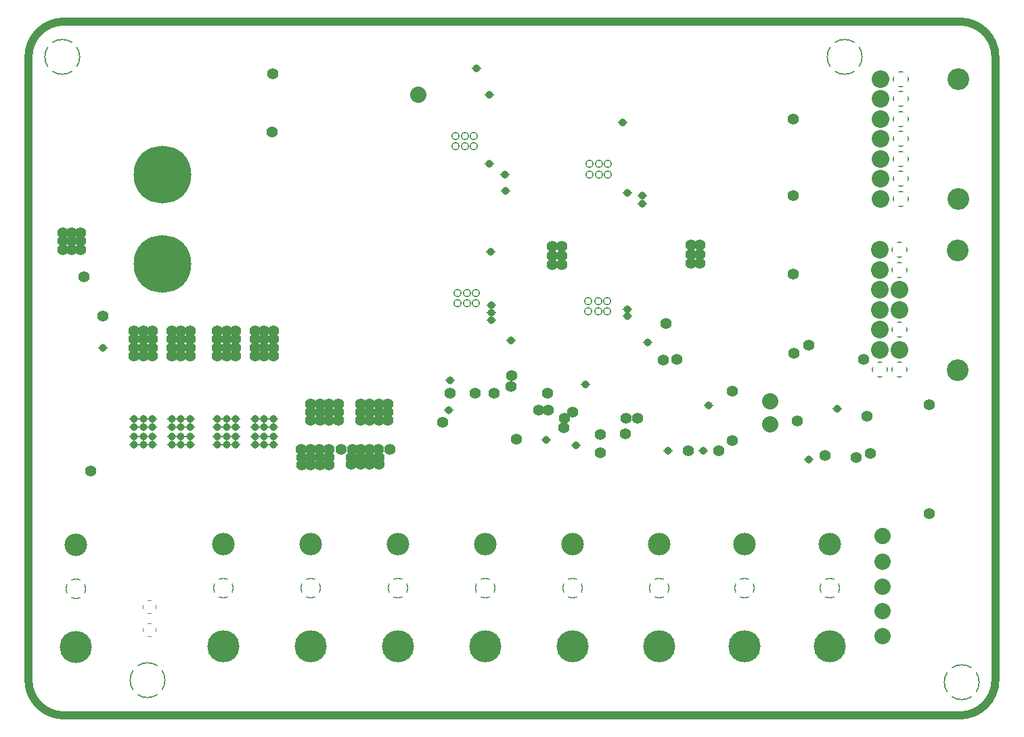
<source format=gbr>
%TF.GenerationSoftware,Altium Limited,Altium Designer,23.5.1 (21)*%
G04 Layer_Physical_Order=2*
G04 Layer_Color=32768*
%FSLAX45Y45*%
%MOMM*%
%TF.SameCoordinates,815A2C8C-8163-47E4-9813-AD16C0C63C49*%
%TF.FilePolarity,Negative*%
%TF.FileFunction,Copper,L2,Inr,Plane*%
%TF.Part,Single*%
G01*
G75*
%TA.AperFunction,ComponentPad*%
%ADD54C,2.03200*%
%TA.AperFunction,NonConductor*%
%ADD60C,1.01600*%
%TA.AperFunction,ComponentPad*%
G04:AMPARAMS|DCode=61|XSize=4.5128mm|YSize=4.5128mm|CornerRadius=0mm|HoleSize=0mm|Usage=FLASHONLY|Rotation=0.000|XOffset=0mm|YOffset=0mm|HoleType=Round|Shape=Relief|Width=0.762mm|Gap=0.1524mm|Entries=4|*
%AMTHD61*
7,0,0,4.51280,4.20800,0.76200,45*
%
%ADD61THD61*%
G04:AMPARAMS|DCode=62|XSize=2.6128mm|YSize=2.6128mm|CornerRadius=0mm|HoleSize=0mm|Usage=FLASHONLY|Rotation=0.000|XOffset=0mm|YOffset=0mm|HoleType=Round|Shape=Relief|Width=0.762mm|Gap=0.1524mm|Entries=4|*
%AMTHD62*
7,0,0,2.61280,2.30800,0.76200,45*
%
%ADD62THD62*%
%ADD63C,2.81600*%
%ADD64C,4.01600*%
%ADD65C,7.21600*%
%ADD66C,2.21600*%
G04:AMPARAMS|DCode=67|XSize=2.0128mm|YSize=2.0128mm|CornerRadius=0mm|HoleSize=0mm|Usage=FLASHONLY|Rotation=0.000|XOffset=0mm|YOffset=0mm|HoleType=Round|Shape=Relief|Width=0.762mm|Gap=0.1524mm|Entries=4|*
%AMTHD67*
7,0,0,2.01280,1.70800,0.76200,45*
%
%ADD67THD67*%
%ADD68C,2.71600*%
G04:AMPARAMS|DCode=69|XSize=1.8288mm|YSize=1.8288mm|CornerRadius=0mm|HoleSize=0mm|Usage=FLASHONLY|Rotation=0.000|XOffset=0mm|YOffset=0mm|HoleType=Round|Shape=Relief|Width=0.762mm|Gap=0.1524mm|Entries=4|*
%AMTHD69*
7,0,0,1.82880,1.52400,0.76200,45*
%
%ADD69THD69*%
%TA.AperFunction,ViaPad*%
G04:AMPARAMS|DCode=70|XSize=1.0668mm|YSize=1.0668mm|CornerRadius=0mm|HoleSize=0mm|Usage=FLASHONLY|Rotation=0.000|XOffset=0mm|YOffset=0mm|HoleType=Round|Shape=Relief|Width=0.762mm|Gap=0.1524mm|Entries=4|*
%AMTHD70*
7,0,0,1.06680,0.76200,0.76200,45*
%
%ADD70THD70*%
%ADD71C,1.39700*%
G04:AMPARAMS|DCode=72|XSize=1.1938mm|YSize=1.1938mm|CornerRadius=0mm|HoleSize=0mm|Usage=FLASHONLY|Rotation=0.000|XOffset=0mm|YOffset=0mm|HoleType=Round|Shape=Relief|Width=0.762mm|Gap=0.1524mm|Entries=4|*
%AMTHD72*
7,0,0,1.19380,0.88900,0.76200,45*
%
%ADD72THD72*%
%ADD73C,1.42240*%
G04:AMPARAMS|DCode=74|XSize=1.2192mm|YSize=1.2192mm|CornerRadius=0mm|HoleSize=0mm|Usage=FLASHONLY|Rotation=0.000|XOffset=0mm|YOffset=0mm|HoleType=Round|Shape=Relief|Width=0.762mm|Gap=0.1524mm|Entries=4|*
%AMTHD74*
7,0,0,1.21920,0.91440,0.76200,45*
%
%ADD74THD74*%
D54*
X10775950Y6181800D02*
D03*
Y6470650D02*
D03*
X12179300Y4460515D02*
D03*
X6371590Y10306050D02*
D03*
X12179300Y3530600D02*
D03*
Y4787901D02*
D03*
Y4152900D02*
D03*
Y3848100D02*
D03*
D60*
X1498601Y2984499D02*
G03*
X1943099Y2540000I444498J-1D01*
G01*
X1943099Y11220448D02*
G03*
X1498599Y10775948I-2J-444498D01*
G01*
X13150848Y2539999D02*
G03*
X13595348Y2984498I1J444498D01*
G01*
X13595351Y10775949D02*
G03*
X13150848Y11220450I-444500J1D01*
G01*
X1498599Y10775949D02*
X1498601Y2984499D01*
X1943099Y11220448D02*
X13150848Y11220450D01*
X13595348Y2984499D02*
X13595351Y10775949D01*
X1943099Y2540000D02*
X13150848Y2539999D01*
D61*
X2984500Y2984500D02*
D03*
X13176250Y2959100D02*
D03*
X1924050Y10775950D02*
D03*
X11709400D02*
D03*
D62*
X10452100Y4130000D02*
D03*
X11518900D02*
D03*
X8305800D02*
D03*
X9385300D02*
D03*
X6121400D02*
D03*
X7213600D02*
D03*
X3937000D02*
D03*
X5029200D02*
D03*
X2089150Y4127250D02*
D03*
D63*
X10452100Y4680000D02*
D03*
X11518900D02*
D03*
X8305800D02*
D03*
X9385300D02*
D03*
X6121400D02*
D03*
X7213600D02*
D03*
X3937000D02*
D03*
X5029200D02*
D03*
X2089150Y4677250D02*
D03*
D64*
X10452100Y3400000D02*
D03*
X11518900D02*
D03*
X8305800D02*
D03*
X9385300D02*
D03*
X6121400D02*
D03*
X7213600D02*
D03*
X3937000D02*
D03*
X5029200D02*
D03*
X2089150Y3397250D02*
D03*
D65*
X3175000Y9302750D02*
D03*
Y8185150D02*
D03*
D66*
X12146600Y8363000D02*
D03*
Y8113000D02*
D03*
Y7863000D02*
D03*
Y7613000D02*
D03*
Y7363000D02*
D03*
Y7113000D02*
D03*
X12396600Y7863000D02*
D03*
Y7613000D02*
D03*
Y7113000D02*
D03*
X12157900Y10503395D02*
D03*
Y10253395D02*
D03*
Y10003395D02*
D03*
Y9753395D02*
D03*
Y9503395D02*
D03*
Y9253395D02*
D03*
Y9003395D02*
D03*
D67*
X12146600Y6863000D02*
D03*
X12396600Y8363000D02*
D03*
Y8113000D02*
D03*
Y7363000D02*
D03*
Y6863000D02*
D03*
X12407900Y10503395D02*
D03*
Y10253395D02*
D03*
Y10003395D02*
D03*
Y9753395D02*
D03*
Y9503395D02*
D03*
Y9253395D02*
D03*
Y9003395D02*
D03*
D68*
X13119099Y6858000D02*
D03*
Y8355500D02*
D03*
X13130400Y8998395D02*
D03*
Y10495895D02*
D03*
D69*
X3009900Y3898900D02*
D03*
Y3606800D02*
D03*
D70*
X6982310Y7694700D02*
D03*
X6862310D02*
D03*
X6982310Y7824700D02*
D03*
X7092310D02*
D03*
X7092310Y7694700D02*
D03*
X6862310Y7824700D02*
D03*
X6841190Y9786850D02*
D03*
X7071189Y9656850D02*
D03*
X7071190Y9786850D02*
D03*
X6961190D02*
D03*
X6841190Y9656850D02*
D03*
X6961190D02*
D03*
X8636000Y9307600D02*
D03*
X8516000D02*
D03*
X8636000Y9437600D02*
D03*
X8746000D02*
D03*
X8746000Y9307600D02*
D03*
X8516000Y9437600D02*
D03*
X8503300Y7723100D02*
D03*
X8733300Y7593100D02*
D03*
X8733300Y7723100D02*
D03*
X8503300Y7593100D02*
D03*
X8623300D02*
D03*
Y7723100D02*
D03*
D71*
X11461750Y5791200D02*
D03*
X11944350Y6993700D02*
D03*
X11258550Y7169150D02*
D03*
X11076709Y7067550D02*
D03*
X11061700Y10003395D02*
D03*
Y9042400D02*
D03*
Y8058150D02*
D03*
X2280091Y5594350D02*
D03*
X4548054Y9836063D02*
D03*
X4555284Y10568689D02*
D03*
X2192479Y8026100D02*
D03*
X2432050Y7539502D02*
D03*
X8966613Y6062820D02*
D03*
X7543800Y6794500D02*
D03*
X9608627Y6993700D02*
D03*
X7995273Y6572250D02*
D03*
X8307060Y6337300D02*
D03*
X9436954Y6988900D02*
D03*
X8975121Y6261250D02*
D03*
X9121021D02*
D03*
X6776952Y6572250D02*
D03*
X7321122D02*
D03*
X6678008Y6209707D02*
D03*
X7534439Y6654986D02*
D03*
X7083626Y6572250D02*
D03*
X8003255Y6358341D02*
D03*
X7881149D02*
D03*
X8198901Y6141108D02*
D03*
X8205916Y6261100D02*
D03*
X7599682Y5992460D02*
D03*
X8655050Y5829300D02*
D03*
X8653612Y6054260D02*
D03*
X5032835Y6233025D02*
D03*
X5147135Y6233325D02*
D03*
X5261435D02*
D03*
X5375735Y6233025D02*
D03*
X5998035Y6235700D02*
D03*
X5883735Y6236000D02*
D03*
X5769435D02*
D03*
X5655135Y6235700D02*
D03*
X10133920Y5848350D02*
D03*
X9752921D02*
D03*
X9474200Y7442200D02*
D03*
X9897750Y8425157D02*
D03*
Y8308548D02*
D03*
Y8193144D02*
D03*
X9786167Y8425157D02*
D03*
Y8308548D02*
D03*
Y8193144D02*
D03*
X8054517Y8177696D02*
D03*
Y8293100D02*
D03*
Y8409709D02*
D03*
X8166100Y8177696D02*
D03*
Y8293100D02*
D03*
Y8409709D02*
D03*
X11988800Y6286500D02*
D03*
X11120172Y6227500D02*
D03*
X11852000Y5766100D02*
D03*
X12026900Y5816600D02*
D03*
X12763500Y6426200D02*
D03*
Y5067300D02*
D03*
X10302638Y6597650D02*
D03*
Y5981550D02*
D03*
X5651500Y5869185D02*
D03*
X5549900Y5867400D02*
D03*
X5407903Y5870880D02*
D03*
X6023038Y5869185D02*
D03*
X5025641Y5867700D02*
D03*
X4911341Y5867400D02*
D03*
X5139941Y5867700D02*
D03*
X5254241Y5867400D02*
D03*
X5032835Y5675190D02*
D03*
X5147135D02*
D03*
X4918535Y5674890D02*
D03*
X5261435D02*
D03*
X5883735Y5677566D02*
D03*
X5540835D02*
D03*
X5769435Y5677866D02*
D03*
X5655135D02*
D03*
X5876541Y5870075D02*
D03*
X5762241Y5870375D02*
D03*
X5032835Y5766100D02*
D03*
X5147135D02*
D03*
X4918535Y5765800D02*
D03*
X5261435D02*
D03*
X5883735Y5768475D02*
D03*
X5540835D02*
D03*
X5769435Y5768775D02*
D03*
X5655135D02*
D03*
X5765800Y6439200D02*
D03*
X5651500Y6337000D02*
D03*
X5765800Y6337300D02*
D03*
X5880100D02*
D03*
Y6439200D02*
D03*
X5651500Y6438900D02*
D03*
X5994400D02*
D03*
Y6337000D02*
D03*
X5372100Y6334325D02*
D03*
Y6436225D02*
D03*
X5029200D02*
D03*
X5257800Y6436525D02*
D03*
Y6334625D02*
D03*
X5143500D02*
D03*
X5029200Y6334325D02*
D03*
X5143500Y6436525D02*
D03*
X2819400Y7353000D02*
D03*
X3048000Y7353300D02*
D03*
Y7251400D02*
D03*
X2933700D02*
D03*
X2819400Y7251100D02*
D03*
X2933700Y7353300D02*
D03*
X3048000Y7137100D02*
D03*
X2933700D02*
D03*
X2819400Y7136800D02*
D03*
X3048000Y7035500D02*
D03*
X2933700D02*
D03*
X2819400Y7035200D02*
D03*
X3517900Y7353000D02*
D03*
X3403600D02*
D03*
X3289300Y7352700D02*
D03*
X3517900Y7251100D02*
D03*
X3403600D02*
D03*
X3289300Y7250800D02*
D03*
X3517900Y7137100D02*
D03*
X3403600D02*
D03*
X3289300Y7136800D02*
D03*
X3517900Y7035200D02*
D03*
X3403600D02*
D03*
X3289300Y7034900D02*
D03*
X4330700Y7035200D02*
D03*
X4445000Y7035500D02*
D03*
X4559300D02*
D03*
X4330700Y7137100D02*
D03*
X4445000Y7137400D02*
D03*
X4559300D02*
D03*
X4330700Y7251100D02*
D03*
X4445000Y7251400D02*
D03*
X4559300D02*
D03*
X4330700Y7353000D02*
D03*
X4445000Y7353300D02*
D03*
X4559300D02*
D03*
X3860800Y7035500D02*
D03*
X3975100Y7035800D02*
D03*
X4089400D02*
D03*
X3860800Y7137100D02*
D03*
X3975100Y7137400D02*
D03*
X4089400D02*
D03*
X3975100Y7353600D02*
D03*
X3860800Y7251400D02*
D03*
X3975100Y7251700D02*
D03*
X4089400D02*
D03*
Y7353600D02*
D03*
X3860800Y7353300D02*
D03*
D72*
X7106270Y10636250D02*
D03*
X2432050Y7137400D02*
D03*
X7537155Y7229395D02*
D03*
X7289800Y7483836D02*
D03*
X7292734Y7575647D02*
D03*
Y7668551D02*
D03*
X7278302Y8343900D02*
D03*
X8470108Y6682379D02*
D03*
X6776952Y6734986D02*
D03*
X7974061Y5989779D02*
D03*
X8344089Y5914950D02*
D03*
X8929754Y9956836D02*
D03*
X7268172Y10306050D02*
D03*
X9495821Y5848350D02*
D03*
X9940321Y5848350D02*
D03*
X9245600Y7203231D02*
D03*
X8991600Y7539423D02*
D03*
Y7617416D02*
D03*
X6756400Y6358341D02*
D03*
X11613441Y6375400D02*
D03*
X11262000Y5743300D02*
D03*
X10003821Y6418650D02*
D03*
X3860800Y6248700D02*
D03*
X4089400Y6249000D02*
D03*
Y6147100D02*
D03*
X3975100D02*
D03*
X3860800Y6146800D02*
D03*
X3975100Y6249000D02*
D03*
X4089400Y6032800D02*
D03*
X3975100D02*
D03*
X3860800Y6032500D02*
D03*
X4089400Y5931200D02*
D03*
X3975100D02*
D03*
X3860800Y5930900D02*
D03*
X4559300Y6248700D02*
D03*
X4445000D02*
D03*
X4330700Y6248400D02*
D03*
X4559300Y6146800D02*
D03*
X4445000D02*
D03*
X4330700Y6146500D02*
D03*
X4559300Y6032800D02*
D03*
X4445000D02*
D03*
X4330700Y6032500D02*
D03*
X4559300Y5930900D02*
D03*
X4445000D02*
D03*
X4330700Y5930600D02*
D03*
X3289300Y5930300D02*
D03*
X3403600Y5930600D02*
D03*
X3517900D02*
D03*
X3289300Y6032200D02*
D03*
X3403600Y6032500D02*
D03*
X3517900D02*
D03*
X3289300Y6146200D02*
D03*
X3403600Y6146500D02*
D03*
X3517900D02*
D03*
X3289300Y6248100D02*
D03*
X3403600Y6248400D02*
D03*
X3517900D02*
D03*
X2819400Y5930600D02*
D03*
X2933700Y5930900D02*
D03*
X3048000D02*
D03*
X2819400Y6032200D02*
D03*
X2933700Y6032500D02*
D03*
X3048000D02*
D03*
X2933700Y6248700D02*
D03*
X2819400Y6146500D02*
D03*
X2933700Y6146800D02*
D03*
X3048000D02*
D03*
Y6248700D02*
D03*
X2819400Y6248400D02*
D03*
D73*
X2147080Y8368243D02*
D03*
X2036361D02*
D03*
X1928709D02*
D03*
Y8472234D02*
D03*
X2147080Y8472235D02*
D03*
X2036361Y8472234D02*
D03*
X2147080Y8577329D02*
D03*
X2036362D02*
D03*
X1928709D02*
D03*
D74*
X9181653Y8940800D02*
D03*
X7266434Y9437600D02*
D03*
X7465500Y9099550D02*
D03*
X7455961Y9307600D02*
D03*
X8995234Y9078110D02*
D03*
X9181653Y9042400D02*
D03*
%TF.MD5,91fbb1427e661b37e1b463a350220228*%
M02*

</source>
